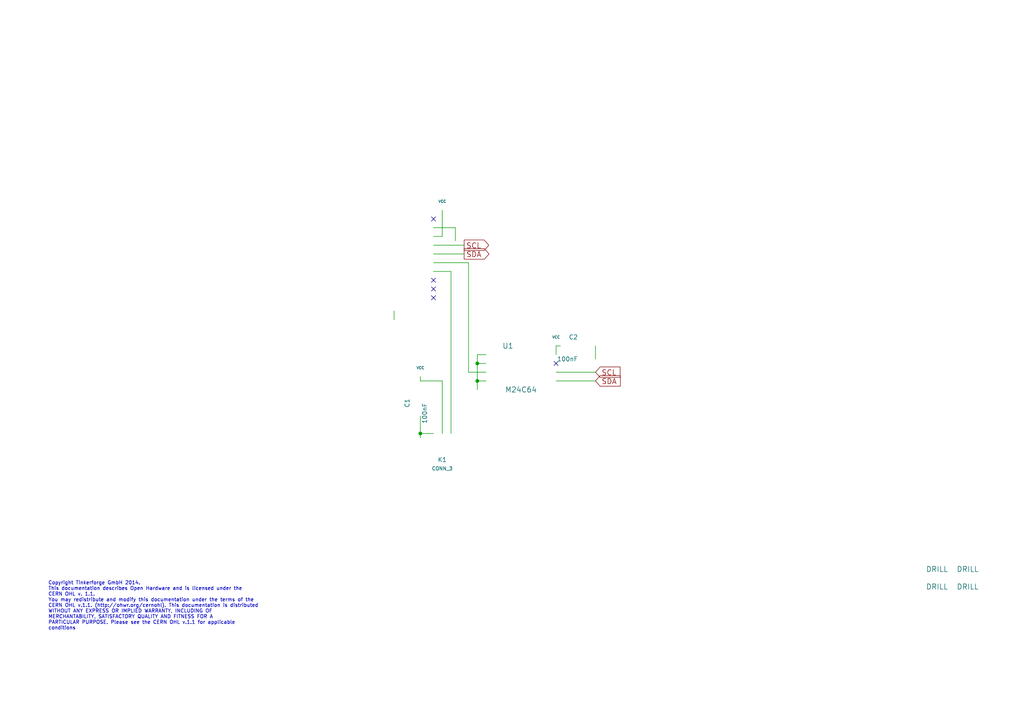
<source format=kicad_sch>
(kicad_sch (version 20230121) (generator eeschema)
  (paper "A4")
  (title_block (title "Heart Rate Bricklet") (date "19 mar 2014") (rev "1.0") (company "Tinkerforge GmbH") (comment 1 "Licensed under CERN OHL v.1.1") (comment 2 "Copyright (©) 2014, B.Nordmeyer <bastian@tinkerforge.com>"))
  (lib_symbols)
  (junction (at 138.43 105.41))
  (junction (at 138.43 110.49))
  (junction (at 121.92 125.73))
  (no_connect (at 125.73 81.28))
  (no_connect (at 125.73 86.36))
  (no_connect (at 161.29 105.41))
  (no_connect (at 125.73 63.5))
  (no_connect (at 125.73 83.82))
  (wire (pts (xy 132.08 69.85) (xy 132.08 66.04)))
  (wire (pts (xy 121.92 110.49) (xy 121.92 109.22)))
  (wire (pts (xy 132.08 66.04) (xy 125.73 66.04)))
  (wire (pts (xy 114.3 92.71) (xy 114.3 90.17)))
  (wire (pts (xy 125.73 71.12) (xy 134.62 71.12)))
  (wire (pts (xy 161.29 100.33) (xy 161.29 102.87)))
  (wire (pts (xy 135.89 76.2) (xy 135.89 107.95)))
  (wire (pts (xy 161.29 110.49) (xy 172.72 110.49)))
  (wire (pts (xy 121.92 120.65) (xy 121.92 125.73)))
  (wire (pts (xy 128.27 68.58) (xy 128.27 60.96)))
  (wire (pts (xy 138.43 102.87) (xy 138.43 105.41)))
  (wire (pts (xy 138.43 110.49) (xy 140.97 110.49)))
  (wire (pts (xy 172.72 104.14) (xy 172.72 100.33)))
  (wire (pts (xy 130.81 125.73) (xy 130.81 78.74)))
  (wire (pts (xy 130.81 78.74) (xy 125.73 78.74)))
  (wire (pts (xy 140.97 102.87) (xy 138.43 102.87)))
  (wire (pts (xy 135.89 107.95) (xy 140.97 107.95)))
  (wire (pts (xy 128.27 110.49) (xy 121.92 110.49)))
  (wire (pts (xy 125.73 76.2) (xy 135.89 76.2)))
  (wire (pts (xy 125.73 125.73) (xy 121.92 125.73)))
  (wire (pts (xy 162.56 100.33) (xy 161.29 100.33)))
  (wire (pts (xy 138.43 105.41) (xy 140.97 105.41)))
  (wire (pts (xy 121.92 125.73) (xy 121.92 127)))
  (wire (pts (xy 138.43 105.41) (xy 138.43 110.49)))
  (wire (pts (xy 161.29 107.95) (xy 172.72 107.95)))
  (wire (pts (xy 125.73 73.66) (xy 134.62 73.66)))
  (wire (pts (xy 138.43 110.49) (xy 138.43 113.03)))
  (wire (pts (xy 125.73 68.58) (xy 128.27 68.58)))
  (wire (pts (xy 128.27 125.73) (xy 128.27 110.49)))
  (text "Copyright Tinkerforge GmbH 2014.\nThis documentation describes Open Hardware and is licensed under the\nCERN OHL v. 1.1.\nYou may redistribute and modify this documentation under the terms of the\nCERN OHL v.1.1. (http://ohwr.org/cernohl). This documentation is distributed\nWITHOUT ANY EXPRESS OR IMPLIED WARRANTY, INCLUDING OF\nMERCHANTABILITY, SATISFACTORY QUALITY AND FITNESS FOR A\nPARTICULAR PURPOSE. Please see the CERN OHL v.1.1 for applicable\nconditions\n" (at 13.97 182.88 0) (effects (font (size 1.016 1.016)) (justify left bottom)))
  (global_label "SDA" (shape input) (at 172.72 110.49 0) (effects (font (size 1.524 1.524))) (property "Intersheetrefs" "${INTERSHEET_REFS}" (effects hide)))
  (global_label "SDA" (shape output) (at 134.62 73.66 0) (effects (font (size 1.524 1.524))) (property "Intersheetrefs" "${INTERSHEET_REFS}" (effects hide)))
  (global_label "SCL" (shape output) (at 134.62 71.12 0) (effects (font (size 1.524 1.524))) (property "Intersheetrefs" "${INTERSHEET_REFS}" (effects hide)))
  (global_label "SCL" (shape input) (at 172.72 107.95 0) (effects (font (size 1.524 1.524))) (property "Intersheetrefs" "${INTERSHEET_REFS}" (effects hide)))
  (symbol (lib_id "CON-SENSOR") (at 114.3 74.93 0) (mirror y) (unit 1)
    (property "Reference" "P1" (at 120.65 60.96 0) (effects (font (size 1.524 1.524))))
    (property "Value" "CON-SENSOR" (at 110.49 74.93 90) (effects (font (size 1.524 1.524))))
    (property "Footprint" "CON-SENSOR" (effects hide))
  )
  (symbol (lib_id "GND") (at 114.3 92.71 0) (unit 1)
    (property "Reference" "#PWR06" (effects hide))
    (property "Value" "GND" (effects hide))
  )
  (symbol (lib_id "GND") (at 132.08 69.85 0) (unit 1)
    (property "Reference" "#PWR05" (effects hide))
    (property "Value" "GND" (effects hide))
  )
  (symbol (lib_id "VCC") (at 128.27 60.96 0) (unit 1)
    (property "Reference" "#PWR04" (effects hide))
    (property "Value" "VCC" (at 128.27 58.42 0) (effects (font (size 0.762 0.762))))
  )
  (symbol (lib_id "CAT24C") (at 151.13 113.03 0) (unit 1)
    (property "Reference" "U1" (at 147.32 100.33 0) (effects (font (size 1.524 1.524))))
    (property "Value" "M24C64" (at 151.13 113.03 0) (effects (font (size 1.524 1.524))))
    (property "Footprint" "SOIC8" (effects hide))
  )
  (symbol (lib_id "GND") (at 138.43 113.03 0) (unit 1)
    (property "Reference" "#PWR03" (effects hide))
    (property "Value" "GND" (effects hide))
  )
  (symbol (lib_id "VCC") (at 161.29 100.33 0) (unit 1)
    (property "Reference" "#PWR02" (effects hide))
    (property "Value" "VCC" (at 161.29 97.79 0) (effects (font (size 0.762 0.762))))
  )
  (symbol (lib_id "C") (at 167.64 100.33 90) (unit 1)
    (property "Reference" "C2" (at 167.64 97.79 90) (effects (justify left)))
    (property "Value" "100nF" (at 167.64 104.14 90) (effects (justify left)))
    (property "Footprint" "0603" (effects hide))
  )
  (symbol (lib_id "DRILL") (at 280.67 165.1 0) (unit 1)
    (property "Reference" "U4" (effects hide))
    (property "Value" "DRILL" (at 280.67 165.1 0) (effects (font (size 1.524 1.524))))
    (property "Footprint" "DRILL_NP" (effects hide))
  )
  (symbol (lib_id "DRILL") (at 280.67 170.18 0) (unit 1)
    (property "Reference" "U5" (effects hide))
    (property "Value" "DRILL" (at 280.67 170.18 0) (effects (font (size 1.524 1.524))))
    (property "Footprint" "DRILL_NP" (effects hide))
  )
  (symbol (lib_id "DRILL") (at 271.78 170.18 0) (unit 1)
    (property "Reference" "U3" (effects hide))
    (property "Value" "DRILL" (at 271.78 170.18 0) (effects (font (size 1.524 1.524))))
    (property "Footprint" "DRILL_NP" (effects hide))
  )
  (symbol (lib_id "DRILL") (at 271.78 165.1 0) (unit 1)
    (property "Reference" "U2" (effects hide))
    (property "Value" "DRILL" (at 271.78 165.1 0) (effects (font (size 1.524 1.524))))
    (property "Footprint" "DRILL_NP" (effects hide))
  )
  (symbol (lib_id "GND") (at 172.72 104.14 0) (unit 1)
    (property "Reference" "#PWR01" (effects hide))
    (property "Value" "GND" (effects hide))
  )
  (symbol (lib_id "CONN_3") (at 128.27 134.62 90) (mirror x) (unit 1)
    (property "Reference" "K1" (at 128.27 133.35 90))
    (property "Value" "CONN_3" (at 128.27 135.89 90) (effects (font (size 1.016 1.016))))
    (property "Footprint" "PIN_ARRAY_3X1" (effects hide))
  )
  (symbol (lib_id "VCC") (at 121.92 109.22 0) (unit 1)
    (property "Reference" "#PWR07" (effects hide))
    (property "Value" "VCC" (at 121.92 106.68 0) (effects (font (size 0.762 0.762))))
  )
  (symbol (lib_id "C") (at 121.92 115.57 180) (unit 1)
    (property "Reference" "C1" (at 118.11 115.57 90) (effects (justify left)))
    (property "Value" "100nF" (at 123.19 116.84 90) (effects (justify left)))
    (property "Footprint" "0603" (effects hide))
  )
  (symbol (lib_id "GND") (at 121.92 127 0) (unit 1)
    (property "Reference" "#PWR08" (effects hide))
    (property "Value" "GND" (effects hide))
  )
)
</source>
